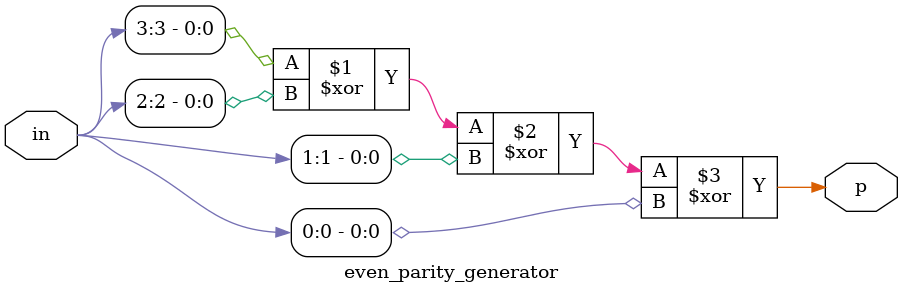
<source format=v>
 module even_parity_generator(in,p);
 input [3:0]in;
 output p;
 assign p=in[3]^in[2]^in[1]^in[0]; //sets the parity bit high if odd number of input bits is high.
 endmodule
</source>
